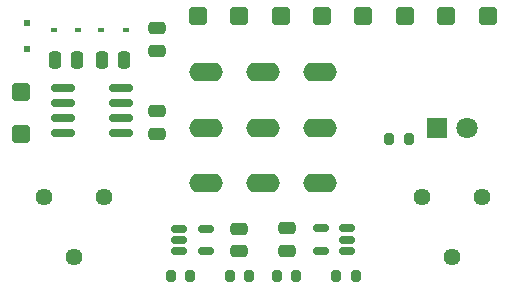
<source format=gbr>
%TF.GenerationSoftware,KiCad,Pcbnew,(6.0.7)*%
%TF.CreationDate,2022-11-14T21:42:39-08:00*%
%TF.ProjectId,3PDT_Regulator,33504454-5f52-4656-9775-6c61746f722e,rev?*%
%TF.SameCoordinates,Original*%
%TF.FileFunction,Soldermask,Top*%
%TF.FilePolarity,Negative*%
%FSLAX46Y46*%
G04 Gerber Fmt 4.6, Leading zero omitted, Abs format (unit mm)*
G04 Created by KiCad (PCBNEW (6.0.7)) date 2022-11-14 21:42:39*
%MOMM*%
%LPD*%
G01*
G04 APERTURE LIST*
G04 Aperture macros list*
%AMRoundRect*
0 Rectangle with rounded corners*
0 $1 Rounding radius*
0 $2 $3 $4 $5 $6 $7 $8 $9 X,Y pos of 4 corners*
0 Add a 4 corners polygon primitive as box body*
4,1,4,$2,$3,$4,$5,$6,$7,$8,$9,$2,$3,0*
0 Add four circle primitives for the rounded corners*
1,1,$1+$1,$2,$3*
1,1,$1+$1,$4,$5*
1,1,$1+$1,$6,$7*
1,1,$1+$1,$8,$9*
0 Add four rect primitives between the rounded corners*
20,1,$1+$1,$2,$3,$4,$5,0*
20,1,$1+$1,$4,$5,$6,$7,0*
20,1,$1+$1,$6,$7,$8,$9,0*
20,1,$1+$1,$8,$9,$2,$3,0*%
G04 Aperture macros list end*
%ADD10C,1.440000*%
%ADD11RoundRect,0.250000X-0.500000X-0.500000X0.500000X-0.500000X0.500000X0.500000X-0.500000X0.500000X0*%
%ADD12RoundRect,0.250000X0.500000X0.500000X-0.500000X0.500000X-0.500000X-0.500000X0.500000X-0.500000X0*%
%ADD13RoundRect,0.150000X0.512500X0.150000X-0.512500X0.150000X-0.512500X-0.150000X0.512500X-0.150000X0*%
%ADD14RoundRect,0.150000X-0.512500X-0.150000X0.512500X-0.150000X0.512500X0.150000X-0.512500X0.150000X0*%
%ADD15RoundRect,0.150000X-0.825000X-0.150000X0.825000X-0.150000X0.825000X0.150000X-0.825000X0.150000X0*%
%ADD16O,2.850000X1.600000*%
%ADD17RoundRect,0.200000X0.200000X0.275000X-0.200000X0.275000X-0.200000X-0.275000X0.200000X-0.275000X0*%
%ADD18RoundRect,0.200000X-0.200000X-0.275000X0.200000X-0.275000X0.200000X0.275000X-0.200000X0.275000X0*%
%ADD19R,0.600000X0.450000*%
%ADD20R,0.500000X0.500000*%
%ADD21R,1.800000X1.800000*%
%ADD22C,1.800000*%
%ADD23RoundRect,0.250000X-0.475000X0.250000X-0.475000X-0.250000X0.475000X-0.250000X0.475000X0.250000X0*%
%ADD24RoundRect,0.250000X-0.250000X-0.475000X0.250000X-0.475000X0.250000X0.475000X-0.250000X0.475000X0*%
G04 APERTURE END LIST*
D10*
%TO.C,RV2*%
X253460000Y-135845000D03*
X256000000Y-140925000D03*
X258540000Y-135845000D03*
%TD*%
%TO.C,RV1*%
X221460000Y-135845000D03*
X224000000Y-140925000D03*
X226540000Y-135845000D03*
%TD*%
D11*
%TO.C,P10*%
X259000000Y-120500000D03*
%TD*%
%TO.C,P9*%
X234500000Y-120500000D03*
%TD*%
D12*
%TO.C,P8*%
X219500000Y-130500000D03*
%TD*%
D13*
%TO.C,U3*%
X244862500Y-140400000D03*
X244862500Y-138500000D03*
X247137500Y-138500000D03*
X247137500Y-139450000D03*
X247137500Y-140400000D03*
%TD*%
D14*
%TO.C,U2*%
X232862500Y-138550000D03*
X232862500Y-139500000D03*
X232862500Y-140450000D03*
X235137500Y-140450000D03*
X235137500Y-138550000D03*
%TD*%
D15*
%TO.C,U1*%
X223025000Y-126595000D03*
X223025000Y-127865000D03*
X223025000Y-129135000D03*
X223025000Y-130405000D03*
X227975000Y-130405000D03*
X227975000Y-129135000D03*
X227975000Y-127865000D03*
X227975000Y-126595000D03*
%TD*%
D16*
%TO.C,SW1*%
X244800000Y-134700000D03*
X244800000Y-130000000D03*
X244800000Y-125300000D03*
X240000000Y-134700000D03*
X240000000Y-130000000D03*
X240000000Y-125300000D03*
X235200000Y-134700000D03*
X235200000Y-130000000D03*
X235200000Y-125300000D03*
%TD*%
D17*
%TO.C,R5*%
X242825000Y-142500000D03*
X241175000Y-142500000D03*
%TD*%
%TO.C,R4*%
X247825000Y-142500000D03*
X246175000Y-142500000D03*
%TD*%
D18*
%TO.C,R3*%
X232175000Y-142500000D03*
X233825000Y-142500000D03*
%TD*%
%TO.C,R2*%
X237175000Y-142500000D03*
X238825000Y-142500000D03*
%TD*%
%TO.C,R1*%
X250675000Y-130900000D03*
X252325000Y-130900000D03*
%TD*%
D12*
%TO.C,P7*%
X248500000Y-120500000D03*
%TD*%
D11*
%TO.C,P6*%
X252000000Y-120500000D03*
%TD*%
%TO.C,P5*%
X255500000Y-120500000D03*
%TD*%
%TO.C,P4*%
X245000000Y-120500000D03*
%TD*%
%TO.C,P3*%
X241500000Y-120500000D03*
%TD*%
%TO.C,P2*%
X238000000Y-120500000D03*
%TD*%
D12*
%TO.C,P1*%
X219500000Y-127000000D03*
%TD*%
D19*
%TO.C,D4*%
X226270000Y-121720000D03*
X228370000Y-121720000D03*
%TD*%
%TO.C,D3*%
X222270000Y-121720000D03*
X224370000Y-121720000D03*
%TD*%
D20*
%TO.C,D2*%
X220000000Y-123350000D03*
X220000000Y-121150000D03*
%TD*%
D21*
%TO.C,D1*%
X254725000Y-130000000D03*
D22*
X257265000Y-130000000D03*
%TD*%
D23*
%TO.C,C6*%
X242000000Y-138500000D03*
X242000000Y-140400000D03*
%TD*%
%TO.C,C5*%
X238000000Y-138550000D03*
X238000000Y-140450000D03*
%TD*%
%TO.C,C4*%
X231000000Y-128600000D03*
X231000000Y-130500000D03*
%TD*%
%TO.C,C3*%
X231000000Y-121550000D03*
X231000000Y-123450000D03*
%TD*%
D24*
%TO.C,C2*%
X228220000Y-124220000D03*
X226320000Y-124220000D03*
%TD*%
%TO.C,C1*%
X224270000Y-124220000D03*
X222370000Y-124220000D03*
%TD*%
M02*

</source>
